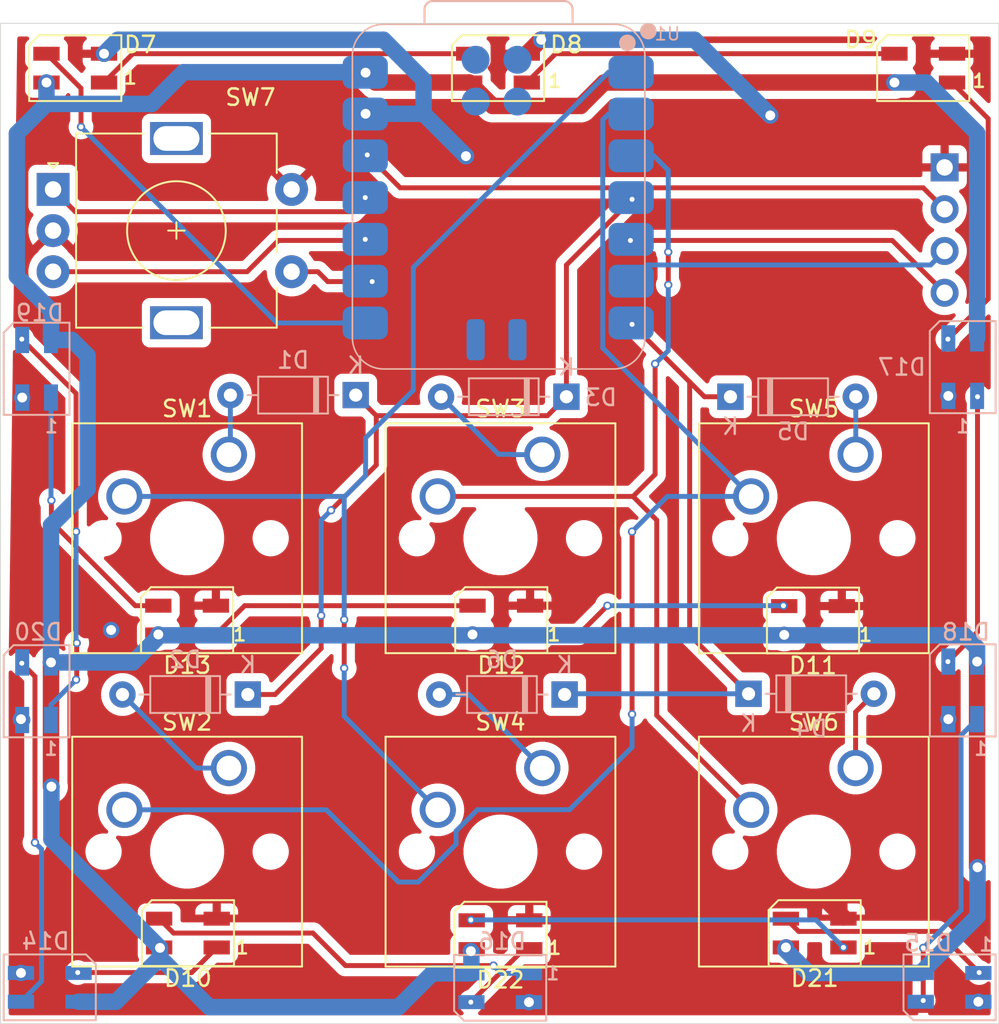
<source format=kicad_pcb>
(kicad_pcb (version 20241229) (generator "pcbnew") (generator_version "9.0")
  (layers (0 "F.Cu" signal) (2 "B.Cu" signal) (13 "F.Paste" user) (15 "B.Paste" user) (5 "F.SilkS" user "F.Silkscreen") (7 "B.SilkS" user "B.Silkscreen") (1 "F.Mask" user) (3 "B.Mask" user) (25 "Edge.Cuts" user))
  (net 0 "")
  (net 1 "ROW0")
  (net 2 "Net-(D1-A)")
  (net 3 "Net-(D2-A)")
  (net 4 "Net-(D3-A)")
  (net 5 "ROW1")
  (net 6 "Net-(D4-A)")
  (net 7 "Net-(D5-A)")
  (net 8 "Net-(D6-A)")
  (net 9 "LED")
  (net 10 "+5V")
  (net 11 "GND")
  (net 12 "Net-(D7-DOUT)")
  (net 13 "Net-(D8-DOUT)")
  (net 14 "Net-(D10-DIN)")
  (net 15 "Net-(D10-DOUT)")
  (net 16 "Net-(D17-DIN)")
  (net 17 "Net-(D14-DOUT)")
  (net 18 "Net-(D15-DOUT)")
  (net 19 "Net-(D11-DIN)")
  (net 20 "Net-(D17-DOUT)")
  (net 22 "Net-(D12-DIN)")
  (net 23 "Net-(D13-DIN)")
  (net 24 "Net-(D21-DOUT)")
  (net 25 "Net-(D15-DIN)")
  (net 26 "Net-(D16-DIN)")
  (net 27 "Net-(D19-DIN)")
  (net 28 "SCL")
  (net 29 "+3V3")
  (net 30 "SDA")
  (net 31 "COL0")
  (net 32 "COL1")
  (net 33 "COL2")
  (net 34 "ROT_SW")
  (net 35 "ROT_A")
  (net 36 "ROT_B")
  (footprint "Library:LED_SK6812MINI_PLCC4_3.5x3.5mm_P1.75mm" (layer "F.Cu") (at 149 84.3 180)
    (property "Reference" "D11" (at 0 -2.75 0) (layer "F.SilkS"))
    (property "Value" "SK6812MINI" (hide yes))
    (fp_text user "1" (at -3.2 -0.875 0) (layer "F.SilkS") (effects (font (size 0.8 0.8))))
    (pad "1" smd rect (at -1.75 -0.875 180) (size 1.6 0.85) (layers "F.Cu" "F.Mask" "F.Paste"))
    (pad "2" smd rect (at -1.75 0.875 180) (size 1.6 0.85) (layers "F.Cu" "F.Mask" "F.Paste") (net 11 "GND"))
    (pad "3" smd rect (at 1.75 0.875 180) (size 1.6 0.85) (layers "F.Cu" "F.Mask" "F.Paste") (net 19 "Net-(D11-DIN)"))
    (pad "4" smd rect (at 1.75 -0.875 180) (size 1.6 0.85) (layers "F.Cu" "F.Mask" "F.Paste") (net 10 "+5V"))
  )
  (footprint "Library:LED_SK6812MINI_PLCC4_3.5x3.5mm_P1.75mm" (layer "F.Cu") (at 149.1 103.3 180)
    (property "Reference" "D21" (at 0 -2.75 0) (layer "F.SilkS"))
    (property "Value" "SK6812MINI" (hide yes))
    (fp_text user "1" (at -3.35 -0.875 0) (layer "F.SilkS") (effects (font (size 0.8 0.8))))
    (pad "1" smd rect (at -1.75 -0.875 180) (size 1.6 0.85) (layers "F.Cu" "F.Mask" "F.Paste") (net 24 "Net-(D21-DOUT)"))
    (pad "2" smd rect (at -1.75 0.875 180) (size 1.6 0.85) (layers "F.Cu" "F.Mask" "F.Paste") (net 11 "GND"))
    (pad "3" smd rect (at 1.75 0.875 180) (size 1.6 0.85) (layers "F.Cu" "F.Mask" "F.Paste") (net 18 "Net-(D15-DOUT)"))
    (pad "4" smd rect (at 1.75 -0.875 180) (size 1.6 0.85) (layers "F.Cu" "F.Mask" "F.Paste") (net 10 "+5V"))
  )
  (footprint "Library:RotaryEncoder_Alps_EC11E-Switch_Vertical_H20mm" (layer "F.Cu") (at 102.8 58.1)
    (property "Reference" "SW7" (at 12 -5.6 0) (layer "F.SilkS"))
    (property "Value" "RotaryEncoder_Switch" (hide yes))
    (pad "A" thru_hole rect (at 0 0) (size 2 2) (drill 1) (layers "*.Cu" "*.Mask") (net 35 "ROT_A"))
    (pad "B" thru_hole circle (at 0 5) (size 2 2) (drill 1) (layers "*.Cu" "*.Mask") (net 36 "ROT_B"))
    (pad "C" thru_hole circle (at 0 2.5) (size 2 2) (drill 1) (layers "*.Cu" "*.Mask") (net 11 "GND"))
    (pad "MP" thru_hole rect (at 7.5 -3.1) (size 3.2 2) (drill oval 2.8 1.5) (layers "*.Cu" "*.Mask"))
    (pad "MP" thru_hole rect (at 7.5 8.1) (size 3.2 2) (drill oval 2.8 1.5) (layers "*.Cu" "*.Mask"))
    (pad "S1" thru_hole circle (at 14.5 5) (size 2 2) (drill 1) (layers "*.Cu" "*.Mask") (net 34 "ROT_SW"))
    (pad "S2" thru_hole circle (at 14.5 0) (size 2 2) (drill 1) (layers "*.Cu" "*.Mask") (net 11 "GND"))
  )
  (footprint "Library:LED_SK6812MINI_PLCC4_3.5x3.5mm_P1.75mm" (layer "F.Cu") (at 130.05 84.275 180)
    (property "Reference" "D12" (at 0 -2.75 0) (layer "F.SilkS"))
    (property "Value" "SK6812MINI" (hide yes))
    (fp_text user "1" (at -3.2 -0.875 0) (layer "F.SilkS") (effects (font (size 0.8 0.8))))
    (pad "1" smd rect (at -1.75 -0.875 180) (size 1.6 0.85) (layers "F.Cu" "F.Mask" "F.Paste") (net 19 "Net-(D11-DIN)"))
    (pad "2" smd rect (at -1.75 0.875 180) (size 1.6 0.85) (layers "F.Cu" "F.Mask" "F.Paste") (net 11 "GND"))
    (pad "3" smd rect (at 1.75 0.875 180) (size 1.6 0.85) (layers "F.Cu" "F.Mask" "F.Paste") (net 22 "Net-(D12-DIN)"))
    (pad "4" smd rect (at 1.75 -0.875 180) (size 1.6 0.85) (layers "F.Cu" "F.Mask" "F.Paste") (net 10 "+5V"))
  )
  (footprint "Library:LED_SK6812MINI_PLCC4_3.5x3.5mm_P1.75mm" (layer "F.Cu") (at 129.85 50.725 180)
    (property "Reference" "D8" (at -4.15 1.425 0) (layer "F.SilkS"))
    (property "Value" "SK6812MINI" (hide yes))
    (fp_text user "1" (at -3.45 -0.775 0) (layer "F.SilkS") (effects (font (size 0.8 0.8))))
    (pad "1" smd rect (at -1.75 -0.875 180) (size 1.6 0.85) (layers "F.Cu" "F.Mask" "F.Paste") (net 13 "Net-(D8-DOUT)"))
    (pad "2" smd rect (at -1.75 0.875 180) (size 1.6 0.85) (layers "F.Cu" "F.Mask" "F.Paste") (net 11 "GND"))
    (pad "3" smd rect (at 1.75 0.875 180) (size 1.6 0.85) (layers "F.Cu" "F.Mask" "F.Paste") (net 12 "Net-(D7-DOUT)"))
    (pad "4" smd rect (at 1.75 -0.875 180) (size 1.6 0.85) (layers "F.Cu" "F.Mask" "F.Paste") (net 10 "+5V"))
  )
  (footprint "Library:LED_SK6812MINI_PLCC4_3.5x3.5mm_P1.75mm" (layer "F.Cu") (at 155.7 50.725 180)
    (property "Reference" "D9" (at 3.8 1.725 0) (layer "F.SilkS"))
    (property "Value" "SK6812MINI" (hide yes))
    (fp_text user "1" (at -3.4 -0.775 0) (layer "F.SilkS") (effects (font (size 0.8 0.8))))
    (pad "1" smd rect (at -1.75 -0.875 180) (size 1.6 0.85) (layers "F.Cu" "F.Mask" "F.Paste") (net 16 "Net-(D17-DIN)"))
    (pad "2" smd rect (at -1.75 0.875 180) (size 1.6 0.85) (layers "F.Cu" "F.Mask" "F.Paste") (net 11 "GND"))
    (pad "3" smd rect (at 1.75 0.875 180) (size 1.6 0.85) (layers "F.Cu" "F.Mask" "F.Paste") (net 13 "Net-(D8-DOUT)"))
    (pad "4" smd rect (at 1.75 -0.875 180) (size 1.6 0.85) (layers "F.Cu" "F.Mask" "F.Paste") (net 10 "+5V"))
  )
  (footprint "Library:OLED_128x32" (layer "F.Cu") (at 158.6 66.56 180)
    (property "Reference" "J1" (hide yes))
    (property "Value" "OLED_128x32" (hide yes))
    (pad "1" thru_hole rect (at 1.6 9.8) (size 1.7 1.7) (drill 1) (layers "*.Cu" "*.Mask") (net 11 "GND"))
    (pad "2" thru_hole oval (at 1.6 7.26) (size 1.7 1.7) (drill 1) (layers "*.Cu" "*.Mask") (net 29 "+3V3"))
    (pad "3" thru_hole oval (at 1.6 4.72) (size 1.7 1.7) (drill 1) (layers "*.Cu" "*.Mask") (net 28 "SCL"))
    (pad "4" thru_hole oval (at 1.6 2.18) (size 1.7 1.7) (drill 1) (layers "*.Cu" "*.Mask") (net 30 "SDA"))
  )
  (footprint "Library:SW_Cherry_MX_1.00u_PCB" (layer "F.Cu") (at 151.59 74.22)
    (property "Reference" "SW5" (at -2.54 -2.794 0) (layer "F.SilkS"))
    (property "Value" "SW_Push" (hide yes))
    (pad "" np_thru_hole circle (at -7.62 5.08) (size 1.7 1.7) (drill 1.7) (layers "*.Cu" "*.Mask"))
    (pad "" np_thru_hole circle (at -2.54 5.08) (size 4 4) (drill 4) (layers "*.Cu" "*.Mask"))
    (pad "" np_thru_hole circle (at 2.54 5.08) (size 1.7 1.7) (drill 1.7) (layers "*.Cu" "*.Mask"))
    (pad "1" thru_hole circle (at 0 0) (size 2.2 2.2) (drill 1.5) (layers "*.Cu" "*.Mask") (net 7 "Net-(D5-A)"))
    (pad "2" thru_hole circle (at -6.35 2.54) (size 2.2 2.2) (drill 1.5) (layers "*.Cu" "*.Mask") (net 32 "COL1"))
  )
  (footprint "Library:LED_SK6812MINI_PLCC4_3.5x3.5mm_P1.75mm" (layer "F.Cu") (at 130 103.4 180)
    (property "Reference" "D22" (at 0 -2.75 0) (layer "F.SilkS"))
    (property "Value" "SK6812MINI" (hide yes))
    (fp_text user "1" (at -3.3 -0.8 0) (layer "F.SilkS") (effects (font (size 0.8 0.8))))
    (pad "1" smd rect (at -1.75 -0.875 180) (size 1.6 0.85) (layers "F.Cu" "F.Mask" "F.Paste") (net 26 "Net-(D16-DIN)"))
    (pad "2" smd rect (at -1.75 0.875 180) (size 1.6 0.85) (layers "F.Cu" "F.Mask" "F.Paste") (net 11 "GND"))
    (pad "3" smd rect (at 1.75 0.875 180) (size 1.6 0.85) (layers "F.Cu" "F.Mask" "F.Paste") (net 24 "Net-(D21-DOUT)"))
    (pad "4" smd rect (at 1.75 -0.875 180) (size 1.6 0.85) (layers "F.Cu" "F.Mask" "F.Paste") (net 10 "+5V"))
  )
  (footprint "Library:SW_Cherry_MX_1.00u_PCB" (layer "F.Cu") (at 151.59 93.27)
    (property "Reference" "SW6" (at -2.54 -2.794 0) (layer "F.SilkS"))
    (property "Value" "SW_Push" (hide yes))
    (pad "" np_thru_hole circle (at -7.62 5.08) (size 1.7 1.7) (drill 1.7) (layers "*.Cu" "*.Mask"))
    (pad "" np_thru_hole circle (at -2.54 5.08) (size 4 4) (drill 4) (layers "*.Cu" "*.Mask"))
    (pad "" np_thru_hole circle (at 2.54 5.08) (size 1.7 1.7) (drill 1.7) (layers "*.Cu" "*.Mask"))
    (pad "1" thru_hole circle (at 0 0) (size 2.2 2.2) (drill 1.5) (layers "*.Cu" "*.Mask") (net 6 "Net-(D4-A)"))
    (pad "2" thru_hole circle (at -6.35 2.54) (size 2.2 2.2) (drill 1.5) (layers "*.Cu" "*.Mask") (net 33 "COL2"))
  )
  (footprint "Library:SW_Cherry_MX_1.00u_PCB" (layer "F.Cu") (at 113.49 93.27)
    (property "Reference" "SW2" (at -2.54 -2.794 0) (layer "F.SilkS"))
    (property "Value" "SW_Push" (hide yes))
    (pad "" np_thru_hole circle (at -7.62 5.08) (size 1.7 1.7) (drill 1.7) (layers "*.Cu" "*.Mask"))
    (pad "" np_thru_hole circle (at -2.54 5.08) (size 4 4) (drill 4) (layers "*.Cu" "*.Mask"))
    (pad "" np_thru_hole circle (at 2.54 5.08) (size 1.7 1.7) (drill 1.7) (layers "*.Cu" "*.Mask"))
    (pad "1" thru_hole circle (at 0 0) (size 2.2 2.2) (drill 1.5) (layers "*.Cu" "*.Mask") (net 3 "Net-(D2-A)"))
    (pad "2" thru_hole circle (at -6.35 2.54) (size 2.2 2.2) (drill 1.5) (layers "*.Cu" "*.Mask") (net 32 "COL1"))
  )
  (footprint "Library:LED_SK6812MINI_PLCC4_3.5x3.5mm_P1.75mm" (layer "F.Cu") (at 111 103.3 180)
    (property "Reference" "D10" (at 0 -2.75 0) (layer "F.SilkS"))
    (property "Value" "SK6812MINI" (hide yes))
    (fp_text user "1" (at -3.3 -0.875 0) (layer "F.SilkS") (effects (font (size 0.8 0.8))))
    (pad "1" smd rect (at -1.75 -0.875 180) (size 1.6 0.85) (layers "F.Cu" "F.Mask" "F.Paste") (net 15 "Net-(D10-DOUT)"))
    (pad "2" smd rect (at -1.75 0.875 180) (size 1.6 0.85) (layers "F.Cu" "F.Mask" "F.Paste") (net 11 "GND"))
    (pad "3" smd rect (at 1.75 0.875 180) (size 1.6 0.85) (layers "F.Cu" "F.Mask" "F.Paste") (net 14 "Net-(D10-DIN)"))
    (pad "4" smd rect (at 1.75 -0.875 180) (size 1.6 0.85) (layers "F.Cu" "F.Mask" "F.Paste") (net 10 "+5V"))
  )
  (footprint "Library:SW_Cherry_MX_1.00u_PCB" (layer "F.Cu") (at 113.49 74.22)
    (property "Reference" "SW1" (at -2.54 -2.794 0) (layer "F.SilkS"))
    (property "Value" "SW_Push" (hide yes))
    (pad "" np_thru_hole circle (at -7.62 5.08) (size 1.7 1.7) (drill 1.7) (layers "*.Cu" "*.Mask"))
    (pad "" np_thru_hole circle (at -2.54 5.08) (size 4 4) (drill 4) (layers "*.Cu" "*.Mask"))
    (pad "" np_thru_hole circle (at 2.54 5.08) (size 1.7 1.7) (drill 1.7) (layers "*.Cu" "*.Mask"))
    (pad "1" thru_hole circle (at 0 0) (size 2.2 2.2) (drill 1.5) (layers "*.Cu" "*.Mask") (net 2 "Net-(D1-A)"))
    (pad "2" thru_hole circle (at -6.35 2.54) (size 2.2 2.2) (drill 1.5) (layers "*.Cu" "*.Mask") (net 31 "COL0"))
  )
  (footprint "Library:LED_SK6812MINI_PLCC4_3.5x3.5mm_P1.75mm" (layer "F.Cu") (at 104.15 50.725 180)
    (property "Reference" "D7" (at -3.95 1.425 0) (layer "F.SilkS"))
    (property "Value" "SK6812MINI" (hide yes))
    (fp_text user "1" (at -3.35 -0.575 0) (layer "F.SilkS") (effects (font (size 0.8 0.8))))
    (pad "1" smd rect (at -1.75 -0.875 180) (size 1.6 0.85) (layers "F.Cu" "F.Mask" "F.Paste") (net 12 "Net-(D7-DOUT)"))
    (pad "2" smd rect (at -1.75 0.875 180) (size 1.6 0.85) (layers "F.Cu" "F.Mask" "F.Paste") (net 11 "GND"))
    (pad "3" smd rect (at 1.75 0.875 180) (size 1.6 0.85) (layers "F.Cu" "F.Mask" "F.Paste") (net 9 "LED"))
    (pad "4" smd rect (at 1.75 -0.875 180) (size 1.6 0.85) (layers "F.Cu" "F.Mask" "F.Paste") (net 10 "+5V"))
  )
  (footprint "Library:LED_SK6812MINI_PLCC4_3.5x3.5mm_P1.75mm" (layer "F.Cu") (at 110.95 84.275 180)
    (property "Reference" "D13" (at 0 -2.75 0) (layer "F.SilkS"))
    (property "Value" "SK6812MINI" (hide yes))
    (fp_text user "1" (at -3.2 -0.875 0) (layer "F.SilkS") (effects (font (size 0.8 0.8))))
    (pad "1" smd rect (at -1.75 -0.875 180) (size 1.6 0.85) (layers "F.Cu" "F.Mask" "F.Paste") (net 22 "Net-(D12-DIN)"))
    (pad "2" smd rect (at -1.75 0.875 180) (size 1.6 0.85) (layers "F.Cu" "F.Mask" "F.Paste") (net 11 "GND"))
    (pad "3" smd rect (at 1.75 0.875 180) (size 1.6 0.85) (layers "F.Cu" "F.Mask" "F.Paste") (net 23 "Net-(D13-DIN)"))
    (pad "4" smd rect (at 1.75 -0.875 180) (size 1.6 0.85) (layers "F.Cu" "F.Mask" "F.Paste") (net 10 "+5V"))
  )
  (footprint "Library:SW_Cherry_MX_1.00u_PCB" (layer "F.Cu") (at 132.54 93.27)
    (property "Reference" "SW4" (at -2.54 -2.794 0) (layer "F.SilkS"))
    (property "Value" "SW_Push" (hide yes))
    (pad "" np_thru_hole circle (at -7.62 5.08) (size 1.7 1.7) (drill 1.7) (layers "*.Cu" "*.Mask"))
    (pad "" np_thru_hole circle (at -2.54 5.08) (size 4 4) (drill 4) (layers "*.Cu" "*.Mask"))
    (pad "" np_thru_hole circle (at 2.54 5.08) (size 1.7 1.7) (drill 1.7) (layers "*.Cu" "*.Mask"))
    (pad "1" thru_hole circle (at 0 0) (size 2.2 2.2) (drill 1.5) (layers "*.Cu" "*.Mask") (net 8 "Net-(D6-A)"))
    (pad "2" thru_hole circle (at -6.35 2.54) (size 2.2 2.2) (drill 1.5) (layers "*.Cu" "*.Mask") (net 31 "COL0"))
  )
  (footprint "Library:SW_Cherry_MX_1.00u_PCB" (layer "F.Cu") (at 132.54 74.22)
    (property "Reference" "SW3" (at -2.54 -2.794 0) (layer "F.SilkS"))
    (property "Value" "SW_Push")
    (pad "" np_thru_hole circle (at -7.62 5.08) (size 1.7 1.7) (drill 1.7) (layers "*.Cu" "*.Mask"))
    (pad "" np_thru_hole circle (at -2.54 5.08) (size 4 4) (drill 4) (layers "*.Cu" "*.Mask"))
    (pad "" np_thru_hole circle (at 2.54 5.08) (size 1.7 1.7) (drill 1.7) (layers "*.Cu" "*.Mask"))
    (pad "1" thru_hole circle (at 0 0) (size 2.2 2.2) (drill 1.5) (layers "*.Cu" "*.Mask") (net 4 "Net-(D3-A)"))
    (pad "2" thru_hole circle (at -6.35 2.54) (size 2.2 2.2) (drill 1.5) (layers "*.Cu" "*.Mask") (net 33 "COL2"))
  )
  (footprint "Library:LED_SK6812MINI_PLCC4_3.5x3.5mm_P1.75mm" (layer "B.Cu") (at 102.6 106.6)
    (property "Reference" "D14" (at -0.25 -2.8 0) (layer "B.SilkS") (effects (justify mirror)))
    (property "Value" "SK6812MINI" (hide yes))
    (pad "1" smd rect (at -1.75 0.875) (size 1.6 0.85) (layers "B.Cu" "B.Mask" "B.Paste") (net 17 "Net-(D14-DOUT)"))
    (pad "2" smd rect (at -1.75 -0.875) (size 1.6 0.85) (layers "B.Cu" "B.Mask" "B.Paste") (net 11 "GND"))
    (pad "3" smd rect (at 1.75 -0.875) (size 1.6 0.85) (layers "B.Cu" "B.Mask" "B.Paste") (net 15 "Net-(D10-DOUT)"))
    (pad "4" smd rect (at 1.75 0.875) (size 1.6 0.85) (layers "B.Cu" "B.Mask" "B.Paste") (net 10 "+5V"))
  )
  (footprint "Library:LED_SK6812MINI_PLCC4_3.5x3.5mm_P1.75mm" (layer "B.Cu") (at 158.1 68.9 90)
    (property "Reference" "D17" (at 0 -3.7 180) (layer "B.SilkS") (effects (justify mirror)))
    (property "Value" "SK6812MINI" (hide yes))
    (fp_text user "1" (at -3.6 0 0) (layer "B.SilkS") (effects (font (size 0.8 0.8)) (justify mirror)))
    (pad "1" smd rect (at -1.75 0.875 90) (size 1.6 0.85) (layers "B.Cu" "B.Mask" "B.Paste") (net 20 "Net-(D17-DOUT)"))
    (pad "2" smd rect (at -1.75 -0.875 90) (size 1.6 0.85) (layers "B.Cu" "B.Mask" "B.Paste") (net 11 "GND"))
    (pad "3" smd rect (at 1.75 -0.875 90) (size 1.6 0.85) (layers "B.Cu" "B.Mask" "B.Paste") (net 16 "Net-(D17-DIN)"))
    (pad "4" smd rect (at 1.75 0.875 90) (size 1.6 0.85) (layers "B.Cu" "B.Mask" "B.Paste") (net 10 "+5V"))
  )
  (footprint "Library:XIAO-RP2040-SMD" (layer "B.Cu") (at 129.94325 58.59425 180)
    (property "Reference" "U1" (at -11.05675 9.49425 0) (layer "B.SilkS") (effects (font (size 0.78232 0.78232) (thickness 0.10668)) (justify left bottom mirror)))
    (property "Value" "XIAO-RP2040-DIP")
    (pad "1" smd roundrect (at -8 7.62 180) (size 2.75 2) (layers "B.Cu" "B.Mask" "B.Paste") (net 31 "COL0"))
    (pad "2" smd roundrect (at -8 5.08 180) (size 2.75 2) (layers "B.Cu" "B.Mask" "B.Paste") (net 32 "COL1"))
    (pad "3" smd roundrect (at -8 2.54 180) (size 2.75 2) (layers "B.Cu" "B.Mask" "B.Paste") (net 33 "COL2"))
    (pad "4" smd roundrect (at -8 0 180) (size 2.75 2) (layers "B.Cu" "B.Mask" "B.Paste") (net 1 "ROW0"))
    (pad "5" smd roundrect (at -8 -2.54 180) (size 2.75 2) (layers "B.Cu" "B.Mask" "B.Paste") (net 30 "SDA"))
    (pad "6" smd roundrect (at -8 -5.08 180) (size 2.75 2) (layers "B.Cu" "B.Mask" "B.Paste") (net 28 "SCL"))
    (pad "7" smd roundrect (at -8 -7.62 180) (size 2.75 2) (layers "B.Cu" "B.Mask" "B.Paste") (net 5 "ROW1"))
    (pad "8" smd roundrect (at 8.165 -7.62 180) (size 2.75 2) (layers "B.Cu" "B.Mask" "B.Paste") (net 9 "LED"))
    (pad "9" smd roundrect (at 8.165 -5.08 180) (size 2.75 2) (layers "B.Cu" "B.Mask" "B.Paste") (net 34 "ROT_SW"))
    (pad "10" smd roundrect (at 8.165 -2.54 180) (size 2.75 2) (layers "B.Cu" "B.Mask" "B.Paste") (net 36 "ROT_B"))
    (pad "11" smd roundrect (at 8.165 0 180) (size 2.75 2) (layers "B.Cu" "B.Mask" "B.Paste") (net 35 "ROT_A"))
    (pad "12" smd roundrect (at 8.165 2.54 180) (size 2.75 2) (layers "B.Cu" "B.Mask" "B.Paste") (net 29 "+3V3"))
    (pad "13" smd roundrect (at 8.165 5.08 180) (size 2.75 2) (layers "B.Cu" "B.Mask" "B.Paste") (net 11 "GND"))
    (pad "14" smd roundrect (at 8.165 7.62 180) (size 2.75 2) (layers "B.Cu" "B.Mask" "B.Paste") (net 10 "+5V"))
    (pad "15" smd roundrect (at -1.088 -8.64 270) (size 2.5 1.1) (layers "B.Cu" "B.Mask" "B.Paste"))
    (pad "16" smd roundrect (at 1.452 -8.64 270) (size 2.5 1.1) (layers "B.Cu" "B.Mask" "B.Paste"))
    (pad "17" smd circle (at -1.088 8.378 180) (size 1.7 1.7) (layers "B.Cu" "B.Mask" "B.Paste"))
    (pad "18" smd circle (at 1.452 8.378 180) (size 1.7 1.7) (layers "B.Cu" "B.Mask" "B.Paste"))
    (pad "19" smd circle (at -1.088 5.838 180) (size 1.7 1.7) (layers "B.Cu" "B.Mask" "B.Paste"))
    (pad "20" smd circle (at 1.452 5.838 180) (size 1.7 1.7) (layers "B.Cu" "B.Mask" "B.Paste"))
  )
  (footprint "Library:D_DO-35_SOD27_P7.62mm_Horizontal" (layer "B.Cu") (at 145.08 88.75625)
    (property "Reference" "D4" (at 3.81 2.12 0) (layer "B.SilkS") (effects (justify mirror)))
    (property "Value" "1N4148" (hide yes))
    (fp_text user "K" (at 0 1.8 0) (layer "B.SilkS") (effects (justify mirror)))
    (pad "1" thru_hole rect (at 0 0) (size 1.6 1.6) (drill 0.8) (layers "*.Cu" "*.Mask") (net 5 "ROW1"))
    (pad "2" thru_hole oval (at 7.62 0) (size 1.6 1.6) (drill 0.8) (layers "*.Cu" "*.Mask") (net 6 "Net-(D4-A)"))
  )
  (footprint "Library:LED_SK6812MINI_PLCC4_3.5x3.5mm_P1.75mm" (layer "B.Cu") (at 158.1 88.55 90)
    (property "Reference" "D18" (at 3.55 0.2 180) (layer "B.SilkS") (effects (justify mirror)))
    (property "Value" "SK6812MINI" (hide yes))
    (fp_text user "1" (at -3.55 1.1 0) (layer "B.SilkS") (effects (font (size 0.8 0.8)) (justify mirror)))
    (pad "1" smd rect (at -1.75 0.875 90) (size 1.6 0.85) (layers "B.Cu" "B.Mask" "B.Paste") (net 25 "Net-(D15-DIN)"))
    (pad "2" smd rect (at -1.75 -0.875 90) (size 1.6 0.85) (layers "B.Cu" "B.Mask" "B.Paste") (net 11 "GND"))
    (pad "3" smd rect (at 1.75 -0.875 90) (size 1.6 0.85) (layers "B.Cu" "B.Mask" "B.Paste") (net 20 "Net-(D17-DOUT)"))
    (pad "4" smd rect (at 1.75 0.875 90) (size 1.6 0.85) (layers "B.Cu" "B.Mask" "B.Paste") (net 10 "+5V"))
  )
  (footprint "Library:LED_SK6812MINI_PLCC4_3.5x3.5mm_P1.75mm" (layer "B.Cu") (at 129.98125 106.625 180)
    (property "Reference" "D16" (at -0.11875 2.825 0) (layer "B.SilkS") (effects (justify mirror)))
    (property "Value" "SK6812MINI" (hide yes))
    (fp_text user "1" (at -3.2 0.875 0) (layer "B.SilkS") (effects (font (size 0.8 0.8)) (justify mirror)))
    (pad "1" smd rect (at -1.75 0.875 180) (size 1.6 0.85) (layers "B.Cu" "B.Mask" "B.Paste") (net 14 "Net-(D10-DIN)"))
    (pad "2" smd rect (at -1.75 -0.875 180) (size 1.6 0.85) (layers "B.Cu" "B.Mask" "B.Paste") (net 11 "GND"))
    (pad "3" smd rect (at 1.75 -0.875 180) (size 1.6 0.85) (layers "B.Cu" "B.Mask" "B.Paste") (net 26 "Net-(D16-DIN)"))
    (pad "4" smd rect (at 1.75 0.875 180) (size 1.6 0.85) (layers "B.Cu" "B.Mask" "B.Paste") (net 10 "+5V"))
  )
  (footprint "Library:D_DO-35_SOD27_P7.62mm_Horizontal" (layer "B.Cu") (at 133.9 88.8 180)
    (property "Reference" "D6" (at 3.81 2.12 0) (layer "B.SilkS") (effects (justify mirror)))
    (property "Value" "1N4148" (hide yes))
    (fp_text user "K" (at 0 1.8 0) (layer "B.SilkS") (effects (justify mirror)))
    (pad "1" thru_hole rect (at 0 0 180) (size 1.6 1.6) (drill 0.8) (layers "*.Cu" "*.Mask") (net 5 "ROW1"))
    (pad "2" thru_hole oval (at 7.62 0 180) (size 1.6 1.6) (drill 0.8) (layers "*.Cu" "*.Mask") (net 8 "Net-(D6-A)"))
  )
  (footprint "Library:D_DO-35_SOD27_P7.62mm_Horizontal" (layer "B.Cu") (at 114.64125 88.8 180)
    (property "Reference" "D2" (at 3.81 2.12 0) (layer "B.SilkS") (effects (justify mirror)))
    (property "Value" "1N4148" (hide yes))
    (fp_text user "K" (at 0 1.8 0) (layer "B.SilkS") (effects (justify mirror)))
    (pad "1" thru_hole rect (at 0 0 180) (size 1.6 1.6) (drill 0.8) (layers "*.Cu" "*.Mask") (net 1 "ROW0"))
    (pad "2" thru_hole oval (at 7.62 0 180) (size 1.6 1.6) (drill 0.8) (layers "*.Cu" "*.Mask") (net 3 "Net-(D2-A)"))
  )
  (footprint "Library:LED_SK6812MINI_PLCC4_3.5x3.5mm_P1.75mm" (layer "B.Cu") (at 101.8 69 90)
    (property "Reference" "D19" (at 3.4 0.2 180) (layer "B.SilkS") (effects (justify mirror)))
    (property "Value" "SK6812MINI" (hide yes))
    (fp_text user "1" (at -3.5 0.9 0) (layer "B.SilkS") (effects (font (size 0.8 0.8)) (justify mirror)))
    (pad "1" smd rect (at -1.75 0.875 90) (size 1.6 0.85) (layers "B.Cu" "B.Mask" "B.Paste") (net 23 "Net-(D13-DIN)"))
    (pad "2" smd rect (at -1.75 -0.875 90) (size 1.6 0.85) (layers "B.Cu" "B.Mask" "B.Paste") (net 11 "GND"))
    (pad "3" smd rect (at 1.75 -0.875 90) (size 1.6 0.85) (layers "B.Cu" "B.Mask" "B.Paste") (net 27 "Net-(D19-DIN)"))
    (pad "4" smd rect (at 1.75 0.875 90) (size 1.6 0.85) (layers "B.Cu" "B.Mask" "B.Paste") (net 10 "+5V"))
  )
  (footprint "Library:LED_SK6812MINI_PLCC4_3.5x3.5mm_P1.75mm" (layer "B.Cu") (at 101.8 88.6 90)
    (property "Reference" "D20" (at 3.6 0.1 180) (layer "B.SilkS") (effects (justify mirror)))
    (property "Value" "SK6812MINI" (hide yes))
    (fp_text user "1" (at -3.5 0.875 0) (layer "B.SilkS") (effects (font (size 0.8 0.8)) (justify mirror)))
    (pad "1" smd rect (at -1.75 0.875 90) (size 1.6 0.85) (layers "B.Cu" "B.Mask" "B.Paste") (net 27 "Net-(D19-DIN)"))
    (pad "2" smd rect (at -1.75 -0.875 90) (size 1.6 0.85) (layers "B.Cu" "B.Mask" "B.Paste") (net 11 "GND"))
    (pad "3" smd rect (at 1.75 -0.875 90) (size 1.6 0.85) (layers "B.Cu" "B.Mask" "B.Paste") (net 17 "Net-(D14-DOUT)"))
    (pad "4" smd rect (at 1.75 0.875 90) (size 1.6 0.85) (layers "B.Cu" "B.Mask" "B.Paste") (net 10 "+5V"))
  )
  (footprint "Library:LED_SK6812MINI_PLCC4_3.5x3.5mm_P1.75mm" (layer "B.Cu") (at 157.3 106.6 180)
    (property "Reference" "D15" (at 1.3 2.7 0) (layer "B.SilkS") (effects (justify mirror)))
    (property "Value" "SK6812MINI" (hide yes))
    (fp_text user "1" (at -2.2 2.6 0) (layer "B.SilkS") (effects (font (size 0.8 0.8)) (justify mirror)))
    (pad "1" smd rect (at -1.75 0.875 180) (size 1.6 0.85) (layers "B.Cu" "B.Mask" "B.Paste") (net 18 "Net-(D15-DOUT)"))
    (pad "2" smd rect (at -1.75 -0.875 180) (size 1.6 0.85) (layers "B.Cu" "B.Mask" "B.Paste") (net 11 "GND"))
    (pad "3" smd rect (at 1.75 -0.875 180) (size 1.6 0.85) (layers "B.Cu" "B.Mask" "B.Paste") (net 25 "Net-(D15-DIN)"))
    (pad "4" smd rect (at 1.75 0.875 180) (size 1.6 0.85) (layers "B.Cu" "B.Mask" "B.Paste") (net 10 "+5V"))
  )
  (footprint "Library:D_DO-35_SOD27_P7.62mm_Horizontal" (layer "B.Cu") (at 143.98 70.7)
    (property "Reference" "D5" (at 3.81 2.12 0) (layer "B.SilkS") (effects (justify mirror)))
    (property "Value" "1N4148" (hide yes))
    (fp_text user "K" (at 0 1.8 0) (layer "B.SilkS") (effects (justify mirror)))
    (pad "1" thru_hole rect (at 0 0) (size 1.6 1.6) (drill 0.8) (layers "*.Cu" "*.Mask") (net 5 "ROW1"))
    (pad "2" thru_hole oval (at 7.62 0) (size 1.6 1.6) (drill 0.8) (layers "*.Cu" "*.Mask") (net 7 "Net-(D5-A)"))
  )
  (footprint "Library:D_DO-35_SOD27_P7.62mm_Horizontal" (layer "B.Cu") (at 134.01 70.7 180)
    (property "Reference" "D3" (at -2.09 -0.04375 0) (layer "B.SilkS") (effects (justify mirror)))
    (property "Value" "1N4148" (hide yes))
    (fp_text user "K" (at 0 1.8 0) (layer "B.SilkS") (effects (justify mirror)))
    (pad "1" thru_hole rect (at 0 0 180) (size 1.6 1.6) (drill 0.8) (layers "*.Cu" "*.Mask") (net 1 "ROW0"))
    (pad "2" thru_hole oval (at 7.62 0 180) (size 1.6 1.6) (drill 0.8) (layers "*.Cu" "*.Mask") (net 4 "Net-(D3-A)"))
  )
  (footprint "Library:D_DO-35_SOD27_P7.62mm_Horizontal" (layer "B.Cu") (at 121.2 70.6 180)
    (property "Reference" "D1" (at 3.81 2.12 0) (layer "B.SilkS") (effects (justify mirror)))
    (property "Value" "1N4148" (hide yes))
    (fp_text user "K" (at 0 1.8 0) (layer "B.SilkS") (effects (justify mirror)))
    (pad "1" thru_hole rect (at 0 0 180) (size 1.6 1.6) (drill 0.8) (layers "*.Cu" "*.Mask") (net 1 "ROW0"))
    (pad "2" thru_hole oval (at 7.62 0 180) (size 1.6 1.6) (drill 0.8) (layers "*.Cu" "*.Mask") (net 2 "Net-(D1-A)"))
  )
  (gr_rect (start 99.6 48) (end 160.3 108.8) (stroke (width 0.05)) (fill no) (layer "Edge.Cuts"))
  (segment (start 119.7 77.6) (end 122.451 74.849) (width 0.3) (layer "F.Cu") (net 1))
  (segment (start 121.2 70.6) (end 122.451 71.851) (width 0.3) (layer "F.Cu") (net 1))
  (segment (start 116.3 88.8) (end 119.1 86) (width 0.3) (layer "F.Cu") (net 1))
  (segment (start 132.859 71.851) (end 134.01 70.7) (width 0.3) (layer "F.Cu") (net 1))
  (segment (start 138 58.7) (end 134.01 62.69) (width 0.3) (layer "F.Cu") (net 1))
  (segment (start 119.1 86) (end 119.1 84) (width 0.3) (layer "F.Cu") (net 1))
  (segment (start 114.64125 88.8) (end 116.3 88.8) (width 0.3) (layer "F.Cu") (net 1))
  (segment (start 122.451 71.851) (end 132.859 71.851) (width 0.3) (layer "F.Cu") (net 1))
  (segment (start 122.451 74.849) (end 122.451 71.851) (width 0.3) (layer "F.Cu") (net 1))
  (segment (start 134.01 62.69) (end 134.01 70.7) (width 0.3) (layer "F.Cu") (net 1))
  (via (at 138 58.7) (size 0.5) (drill 0.3) (layers "F.Cu" "B.Cu") (net 1))
  (via (at 119.1 84) (size 0.5) (drill 0.3) (layers "F.Cu" "B.Cu") (net 1))
  (via (at 119.7 77.6) (size 0.5) (drill 0.3) (layers "F.Cu" "B.Cu") (net 1))
  (segment (start 137.94325 58.64325) (end 138 58.7) (width 0.3) (layer "B.Cu") (net 1))
  (segment (start 119.1 78.2) (end 119.7 77.6) (width 0.3) (layer "B.Cu") (net 1))
  (segment (start 119.1 84) (end 119.1 78.2) (width 0.3) (layer "B.Cu") (net 1))
  (segment (start 137.94325 58.59425) (end 137.94325 58.64325) (width 0.3) (layer "B.Cu") (net 1))
  (segment (start 113.58 74.13) (end 113.49 74.22) (width 0.3) (layer "B.Cu") (net 2))
  (segment (start 113.58 70.6) (end 113.58 74.13) (width 0.3) (layer "B.Cu") (net 2))
  (segment (start 113.49 93.27) (end 111.49125 93.27) (width 0.3) (layer "B.Cu") (net 3))
  (segment (start 111.49125 93.27) (end 107.02125 88.8) (width 0.3) (layer "B.Cu") (net 3))
  (segment (start 126.39 70.7) (end 129.89 74.2) (width 0.3) (layer "B.Cu") (net 4))
  (segment (start 130.7 74.2) (end 130.72 74.22) (width 0.3) (layer "B.Cu") (net 4))
  (segment (start 129.89 74.2) (end 130.7 74.2) (width 0.3) (layer "B.Cu") (net 4))
  (segment (start 130.72 74.22) (end 132.54 74.22) (width 0.3) (layer "B.Cu") (net 4))
  (segment (start 142.4 70.7) (end 141.501 69.801) (width 0.3) (layer "F.Cu") (net 5))
  (segment (start 141.501 69.801) (end 141.501 85.17725) (width 0.3) (layer "F.Cu") (net 5))
  (segment (start 138 66.3) (end 141.501 69.801) (width 0.3) (layer "F.Cu") (net 5))
  (segment (start 141.501 85.17725) (end 145.08 88.75625) (width 0.3) (layer "F.Cu") (net 5))
  (segment (start 143.98 70.7) (end 142.4 70.7) (width 0.3) (layer "F.Cu") (net 5))
  (via (at 138 66.3) (size 0.5) (drill 0.3) (layers "F.Cu" "B.Cu") (net 5))
  (segment (start 133.94375 88.75625) (end 133.9 88.8) (width 0.3) (layer "B.Cu") (net 5))
  (segment (start 145.08 88.75625) (end 133.94375 88.75625) (width 0.3) (layer "B.Cu") (net 5))
  (segment (start 151.59 93.27) (end 151.59 89.86625) (width 0.3) (layer "F.Cu") (net 6))
  (segment (start 151.59 89.86625) (end 152.7 88.75625) (width 0.3) (layer "F.Cu") (net 6))
  (segment (start 151.31 73.94) (end 151.59 74.22) (width 0.3) (layer "B.Cu") (net 7))
  (segment (start 151.6 74.21) (end 151.59 74.22) (width 0.3) (layer "B.Cu") (net 7))
  (segment (start 151.6 70.7) (end 151.6 74.21) (width 0.3) (layer "B.Cu") (net 7))
  (segment (start 128.07 88.8) (end 132.54 93.27) (width 0.3) (layer "B.Cu") (net 8))
  (segment (start 126.28 88.8) (end 128.07 88.8) (width 0.3) (layer "B.Cu") (net 8))
  (segment (start 104.5 54.3) (end 104.5 51.95) (width 0.3) (layer "F.Cu") (net 9))
  (segment (start 104.5 51.95) (end 102.4 49.85) (width 0.3) (layer "F.Cu") (net 9))
  (via (at 104.5 54.3) (size 0.5) (drill 0.3) (layers "F.Cu" "B.Cu") (net 9))
  (segment (start 116.41425 66.21425) (end 104.5 54.3) (width 0.3) (layer "B.Cu") (net 9))
  (segment (start 121.77825 66.21425) (end 116.41425 66.21425) (width 0.3) (layer "B.Cu") (net 9))
  (segment (start 128.1 51.6) (end 122.4 51.6) (width 1) (layer "F.Cu") (net 10))
  (segment (start 147.35 104.175) (end 147.375 104.175) (width 1) (layer "F.Cu") (net 10))
  (segment (start 109.25 104.175) (end 109.275 104.175) (width 1) (layer "F.Cu") (net 10))
  (segment (start 102.675 94.375) (end 102.7 94.4) (width 1) (layer "F.Cu") (net 10))
  (segment (start 158.975 86.8) (end 158.975 99.275) (width 1) (layer "F.Cu") (net 10))
  (segment (start 147.375 104.175) (end 147.4 104.2) (width 1) (layer "F.Cu") (net 10))
  (segment (start 109.275 104.175) (end 109.3 104.2) (width 1) (layer "F.Cu") (net 10))
  (segment (start 153.95 51.6) (end 136.3 51.6) (width 1) (layer "F.Cu") (net 10))
  (segment (start 128.1 51.6) (end 129.525 53.025) (width 1) (layer "F.Cu") (net 10))
  (segment (start 122.4 51.6) (end 121.8 51) (width 1) (layer "F.Cu") (net 10))
  (segment (start 102.675 86.85) (end 102.675 94.375) (width 1) (layer "F.Cu") (net 10))
  (segment (start 134.875 53.025) (end 136.3 51.6) (width 1) (layer "F.Cu") (net 10))
  (segment (start 158.975 99.275) (end 159 99.3) (width 1) (layer "F.Cu") (net 10))
  (segment (start 129.525 53.025) (end 134.875 53.025) (width 1) (layer "F.Cu") (net 10))
  (via (at 102.675 86.85) (size 1) (drill 0.6) (layers "F.Cu" "B.Cu") (net 10))
  (via (at 128.2 104.4) (size 1) (drill 0.6) (layers "F.Cu" "B.Cu") (net 10))
  (via (at 109.2 85.15) (size 1) (drill 0.6) (layers "F.Cu" "B.Cu") (net 10))
  (via (at 153.95 51.6) (size 1) (drill 0.6) (layers "F.Cu" "B.Cu") (net 10))
  (via (at 102.4 51.6) (size 1) (drill 0.6) (layers "F.Cu" "B.Cu") (net 10))
  (via (at 109.3 104.2) (size 1) (drill 0.6) (layers "F.Cu" "B.Cu") (net 10))
  (via (at 147.25 85.175) (size 1) (drill 0.6) (layers "F.Cu" "B.Cu") (net 10))
  (via (at 158.975 86.8) (size 1) (drill 0.6) (layers "F.Cu" "B.Cu") (net 10))
  (via (at 159 99.3) (size 1) (drill 0.6) (layers "F.Cu" "B.Cu") (net 10))
  (via (at 102.7 94.4) (size 1) (drill 0.6) (layers "F.Cu" "B.Cu") (net 10))
  (via (at 121.8 51) (size 1) (drill 0.6) (layers "F.Cu" "B.Cu") (net 10))
  (via (at 147.35 104.175) (size 1) (drill 0.6) (layers "F.Cu" "B.Cu") (net 10))
  (via (at 128.3 85.15) (size 1) (drill 0.6) (layers "F.Cu" "B.Cu") (net 10))
  (segment (start 102.675 78.525) (end 102.675 86.85) (width 1) (layer "B.Cu") (net 10))
  (segment (start 104.9 68.2) (end 104.9 76.3) (width 1) (layer "B.Cu") (net 10))
  (segment (start 102.675 65.45) (end 102.675 67.25) (width 1) (layer "B.Cu") (net 10))
  (segment (start 112.299 107.799) (end 123.8 107.799) (width 1) (layer "B.Cu") (net 10))
  (segment (start 108.8 52.9) (end 102.4 52.9) (width 1) (layer "B.Cu") (net 10))
  (segment (start 100.601 63.376) (end 102.675 65.45) (width 1) (layer "B.Cu") (net 10))
  (segment (start 102.675 86.85) (end 107.65 86.85) (width 1) (layer "B.Cu") (net 10))
  (segment (start 158.2 85.2) (end 158.975 85.975) (width 1) (layer "B.Cu") (net 10))
  (segment (start 158.975 54.675) (end 158.975 67.15) (width 1) (layer "B.Cu") (net 10))
  (segment (start 102.4 52.9) (end 102.4 51.6) (width 1) (layer "B.Cu") (net 10))
  (segment (start 104.9 76.3) (end 102.675 78.525) (width 1) (layer "B.Cu") (net 10))
  (segment (start 155.55 105.725) (end 148.725 105.725) (width 1) (layer "B.Cu") (net 10))
  (segment (start 158.975 85.975) (end 158.975 86.8) (width 1) (layer "B.Cu") (net 10))
  (segment (start 100.601 54.699) (end 100.601 63.376) (width 1) (layer "B.Cu") (net 10))
  (segment (start 102.7 97.6) (end 109.3 104.2) (width 1) (layer "B.Cu") (net 10))
  (segment (start 102.4 52.9) (end 100.601 54.699) (width 1) (layer "B.Cu") (net 10))
  (segment (start 109.3 104.8) (end 106.625 107.475) (width 1) (layer "B.Cu") (net 10))
  (segment (start 109.3 104.8) (end 112.299 107.799) (width 1) (layer "B.Cu") (net 10))
  (segment (start 109.3 104.2) (end 109.3 104.8) (width 1) (layer "B.Cu") (net 10))
  (segment (start 128.23125 104.43125) (end 128.2 104.4) (width 1) (layer "B.Cu") (net 10))
  (segment (start 155.9 51.6) (end 158.975 54.675) (width 1) (layer "B.Cu") (net 10))
  (segment (start 147.3 104.3) (end 148.725 105.725) (width 1) (layer "B.Cu") (net 10))
  (segment (start 106.625 107.475) (end 104.35 107.475) (width 1) (layer "B.Cu") (net 10))
  (segment (start 123.8 107.799) (end 125.849 105.75) (width 1) (layer "B.Cu") (net 10))
  (segment (start 107.65 86.85) (end 109.3 85.2) (width 1) (layer "B.Cu") (net 10))
  (segment (start 159 99.3) (end 159 102.275) (width 1) (layer "B.Cu") (net 10))
  (segment (start 121.77825 50.97425) (end 110.72575 50.97425) (width 1) (layer "B.Cu") (net 10))
  (segment (start 128.23125 105.75) (end 128.23125 104.43125) (width 1) (layer "B.Cu") (net 10))
  (segment (start 109.3 85.2) (end 158.2 85.2) (width 1) (layer "B.Cu") (net 10))
  (segment (start 110.72575 50.97425) (end 108.8 52.9) (width 1) (layer "B.Cu") (net 10))
  (segment (start 159 102.275) (end 155.55 105.725) (width 1) (layer "B.Cu") (net 10))
  (segment (start 102.7 94.4) (end 102.7 97.6) (width 1) (layer "B.Cu") (net 10))
  (segment (start 103.95 67.25) (end 104.9 68.2) (width 1) (layer "B.Cu") (net 10))
  (segment (start 102.675 67.25) (end 103.95 67.25) (width 1) (layer "B.Cu") (net 10))
  (segment (start 125.849 105.75) (end 128.23125 105.75) (width 1) (layer "B.Cu") (net 10))
  (segment (start 153.95 51.6) (end 155.9 51.6) (width 1) (layer "B.Cu") (net 10))
  (segment (start 149.799 101.299) (end 150.85 102.35) (width 1) (layer "F.Cu") (net 11))
  (segment (start 159.05 107.475) (end 158.275 107.475) (width 1) (layer "F.Cu") (net 11))
  (segment (start 132.475 49.001) (end 132.475 49) (width 1) (layer "F.Cu") (net 11))
  (segment (start 153.73 107.03) (end 153.72 107.02) (width 0.3) (layer "F.Cu") (net 11))
  (segment (start 104.794918 84.88) (end 106.33 84.88) (width 1) (layer "F.Cu") (net 11))
  (segment (start 154.701 108.001) (end 153.73 107.03) (width 0.3) (layer "F.Cu") (net 11))
  (segment (start 158.275 107.475) (end 157.54 106.74) (width 1) (layer "F.Cu") (net 11))
  (segment (start 132.449 49.001) (end 132.475 49.001) (width 1) (layer "F.Cu") (net 11))
  (segment (start 100.925 70.75) (end 100.925 81.010082) (width 1) (layer "F.Cu") (net 11))
  (segment (start 156.279 108.001) (end 154.701 108.001) (width 0.3) (layer "F.Cu") (net 11))
  (segment (start 147.568 107.02) (end 145.849 105.301) (width 1) (layer "F.Cu") (net 11))
  (segment (start 145.849 101.299) (end 149.799 101.299) (width 1) (layer "F.Cu") (net 11))
  (segment (start 145.849 105.301) (end 145.849 101.299) (width 1) (layer "F.Cu") (net 11))
  (segment (start 157.54 106.74) (end 156.279 108.001) (width 0.3) (layer "F.Cu") (net 11))
  (segment (start 132.45 49) (end 131.6 49.85) (width 1) (layer "F.Cu") (net 11))
  (segment (start 100.925 81.010082) (end 104.794918 84.88) (width 1) (layer "F.Cu") (net 11))
  (segment (start 153.72 107.02) (end 147.568 107.02) (width 1) (layer "F.Cu") (net 11))
  (segment (start 132.475 49) (end 132.45 49) (width 1) (layer "F.Cu") (net 11))
  (via (at 100.85 105.725) (size 1) (drill 0.6) (layers "F.Cu" "B.Cu") (net 11))
  (via (at 106.33 84.88) (size 1) (drill 0.6) (layers "F.Cu" "B.Cu") (net 11))
  (via (at 100.925 70.75) (size 1) (drill 0.6) (layers "F.Cu" "B.Cu") (net 11))
  (via (at 121.8 53.5) (size 1) (drill 0.6) (layers "F.Cu" "B.Cu") (net 11))
  (via (at 132.475 49) (size 1) (drill 0.6) (layers "F.Cu" "B.Cu") (net 11))
  (via (at 127.9 56.075) (size 1) (drill 0.6) (layers "F.Cu" "B.Cu") (net 11))
  (via (at 157.225 70.65) (size 1) (drill 0.6) (layers "F.Cu" "B.Cu") (net 11))
  (via (at 157.225 90.3) (size 1) (drill 0.6) (layers "F.Cu" "B.Cu") (net 11))
  (via (at 146.4 53.6) (size 1) (drill 0.6) (layers "F.Cu" "B.Cu") (net 11))
  (via (at 131.73125 107.5) (size 1) (drill 0.6) (layers "F.Cu" "B.Cu") (net 11))
  (via (at 100.85 90.3) (size 1) (drill 0.6) (layers "F.Cu" "B.Cu") (net 11))
  (via (at 105.9 49.85) (size 1) (drill 0.6) (layers "F.Cu" "B.Cu") (net 11))
  (via (at 159.05 107.475) (size 1) (drill 0.6) (layers "F.Cu" "B.Cu") (net 11))
  (segment (start 121.78575 53.51425) (end 121.8 53.5) (width 1) (layer "B.Cu") (net 11))
  (segment (start 132.475 49) (end 141.8 49) (width 1) (layer "B.Cu") (net 11))
  (segment (start 121.77825 53.51425) (end 121.78575 53.51425) (width 1) (layer "B.Cu") (net 11))
  (segment (start 121.8 53.5) (end 125.325 53.5) (width 1) (layer "B.Cu") (net 11))
  (segment (start 105.9 49.85) (end 106.749 49.001) (width 1) (layer "B.Cu") (net 11))
  (segment (start 125.325 51.440256) (end 125.325 53.5) (width 1) (layer "B.Cu") (net 11))
  (segment (start 122.885744 49.001) (end 125.325 51.440256) (width 1) (layer "B.Cu") (net 11))
  (segment (start 100.9 90.35) (end 100.85 90.3) (width 1) (layer "B.Cu") (net 11))
  (segment (start 125.325 53.5) (end 127.9 56.075) (width 1) (layer "B.Cu") (net 11))
  (segment (start 141.8 49) (end 146.4 53.6) (width 1) (layer "B.Cu") (net 11))
  (segment (start 106.749 49.001) (end 122.885744 49.001) (width 1) (layer "B.Cu") (net 11))
  (segment (start 100.925 90.35) (end 100.9 90.35) (width 1) (layer "B.Cu") (net 11))
  (segment (start 105.9 51.6) (end 107.65 49.85) (width 0.3) (layer "F.Cu") (net 12))
  (segment (start 107.65 49.85) (end 128.1 49.85) (width 0.3) (layer "F.Cu") (net 12))
  (segment (start 133.35 49.85) (end 153.95 49.85) (width 0.3) (layer "F.Cu") (net 13))
  (segment (start 131.6 51.6) (end 133.35 49.85) (width 0.3) (layer "F.Cu") (net 13))
  (segment (start 110.125 103.3) (end 109.25 102.425) (width 0.3) (layer "F.Cu") (net 14))
  (segment (start 118.6 103.3) (end 110.125 103.3) (width 0.3) (layer "F.Cu") (net 14))
  (segment (start 129.575735 105.275735) (end 120.575735 105.275735) (width 0.3) (layer "F.Cu") (net 14))
  (segment (start 120.575735 105.275735) (end 118.6 103.3) (width 0.3) (layer "F.Cu") (net 14))
  (via (at 129.575735 105.275735) (size 0.5) (drill 0.3) (layers "F.Cu" "B.Cu") (net 14))
  (segment (start 130.05 105.75) (end 129.575735 105.275735) (width 0.3) (layer "B.Cu") (net 14))
  (segment (start 131.73125 105.75) (end 130.05 105.75) (width 0.3) (layer "B.Cu") (net 14))
  (segment (start 111.225 105.7) (end 104.3 105.7) (width 0.3) (layer "F.Cu") (net 15))
  (segment (start 112.75 104.175) (end 111.225 105.7) (width 0.3) (layer "F.Cu") (net 15))
  (via (at 104.3 105.7) (size 0.5) (drill 0.3) (layers "F.Cu" "B.Cu") (net 15))
  (segment (start 159.649 64.751) (end 157.2 67.2) (width 0.3) (layer "F.Cu") (net 16))
  (segment (start 157.45 51.6) (end 159.649 53.799) (width 0.3) (layer "F.Cu") (net 16))
  (segment (start 159.649 53.799) (end 159.649 64.751) (width 0.3) (layer "F.Cu") (net 16))
  (via (at 157.2 67.2) (size 0.5) (drill 0.3) (layers "F.Cu" "B.Cu") (net 16))
  (segment (start 101.7 87.7) (end 101.7 97.8) (width 0.3) (layer "F.Cu") (net 17))
  (segment (start 100.9 86.9) (end 101.7 87.7) (width 0.3) (layer "F.Cu") (net 17))
  (via (at 100.9 86.9) (size 0.5) (drill 0.3) (layers "F.Cu" "B.Cu") (net 17))
  (via (at 101.7 97.8) (size 0.5) (drill 0.3) (layers "F.Cu" "B.Cu") (net 17))
  (segment (start 100.925 86.875) (end 100.9 86.9) (width 0.3) (layer "B.Cu") (net 17))
  (segment (start 102.1 106.225) (end 102.1 98.203496) (width 0.3) (layer "B.Cu") (net 17))
  (segment (start 100.925 86.85) (end 100.925 86.875) (width 0.3) (layer "B.Cu") (net 17))
  (segment (start 100.85 107.475) (end 102.1 106.225) (width 0.3) (layer "B.Cu") (net 17))
  (segment (start 102.1 98.203496) (end 101.701 97.804496) (width 0.3) (layer "B.Cu") (net 17))
  (segment (start 159.1 105.7) (end 156.601 103.201) (width 0.3) (layer "F.Cu") (net 18))
  (segment (start 148.126 103.201) (end 147.35 102.425) (width 0.3) (layer "F.Cu") (net 18))
  (segment (start 156.601 103.201) (end 148.126 103.201) (width 0.3) (layer "F.Cu") (net 18))
  (via (at 159.1 105.7) (size 0.5) (drill 0.3) (layers "F.Cu" "B.Cu") (net 18))
  (segment (start 159.05 105.725) (end 159.075 105.725) (width 0.3) (layer "B.Cu") (net 18))
  (segment (start 159.075 105.725) (end 159.1 105.7) (width 0.3) (layer "B.Cu") (net 18))
  (segment (start 131.8 85.15) (end 134.75 85.15) (width 0.3) (layer "F.Cu") (net 19))
  (segment (start 134.75 85.15) (end 136.5 83.4) (width 0.3) (layer "F.Cu") (net 19))
  (via (at 147.2 83.4) (size 0.5) (drill 0.3) (layers "F.Cu" "B.Cu") (net 19))
  (via (at 136.5 83.4) (size 0.5) (drill 0.3) (layers "F.Cu" "B.Cu") (net 19))
  (segment (start 136.5 83.4) (end 147.2 83.4) (width 0.3) (layer "B.Cu") (net 19))
  (segment (start 159 85) (end 157.2 86.8) (width 0.3) (layer "F.Cu") (net 20))
  (segment (start 159 70.7) (end 159 85) (width 0.3) (layer "F.Cu") (net 20))
  (via (at 159 70.7) (size 0.5) (drill 0.3) (layers "F.Cu" "B.Cu") (net 20))
  (via (at 157.2 86.8) (size 0.5) (drill 0.3) (layers "F.Cu" "B.Cu") (net 20))
  (segment (start 157.225 86.8) (end 157.2 86.8) (width 0.3) (layer "B.Cu") (net 20))
  (segment (start 158.975 70.65) (end 158.975 70.675) (width 0.3) (layer "B.Cu") (net 20))
  (segment (start 158.975 70.675) (end 159 70.7) (width 0.3) (layer "B.Cu") (net 20))
  (segment (start 114.45 83.4) (end 128.3 83.4) (width 0.3) (layer "F.Cu") (net 22))
  (segment (start 112.7 85.15) (end 114.45 83.4) (width 0.3) (layer "F.Cu") (net 22))
  (segment (start 102.7 77) (end 102.7 78.3) (width 0.3) (layer "F.Cu") (net 23))
  (segment (start 102.7 78.3) (end 107.8 83.4) (width 0.3) (layer "F.Cu") (net 23))
  (segment (start 107.8 83.4) (end 109.2 83.4) (width 0.3) (layer "F.Cu") (net 23))
  (via (at 102.7 77) (size 0.5) (drill 0.3) (layers "F.Cu" "B.Cu") (net 23))
  (segment (start 102.675 70.75) (end 102.675 76.975) (width 0.3) (layer "B.Cu") (net 23))
  (segment (start 102.7 77) (end 102.8 77) (width 0.3) (layer "B.Cu") (net 23))
  (segment (start 102.675 76.975) (end 102.7 77) (width 0.3) (layer "B.Cu") (net 23))
  (via (at 128.2 102.5) (size 0.5) (drill 0.3) (layers "F.Cu" "B.Cu") (net 24))
  (via (at 150.85 104.175) (size 0.5) (drill 0.3) (layers "F.Cu" "B.Cu") (net 24))
  (segment (start 149.175 102.5) (end 128.2 102.5) (width 0.3) (layer "B.Cu") (net 24))
  (segment (start 150.85 104.175) (end 149.175 102.5) (width 0.3) (layer "B.Cu") (net 24))
  (segment (start 155.7 104.2) (end 155.7 107.4) (width 0.3) (layer "F.Cu") (net 25))
  (via (at 155.7 104.2) (size 0.5) (drill 0.3) (layers "F.Cu" "B.Cu") (net 25))
  (via (at 155.7 107.4) (size 0.5) (drill 0.3) (layers "F.Cu" "B.Cu") (net 25))
  (segment (start 158 91.275) (end 158 101.4) (width 0.3) (layer "B.Cu") (net 25))
  (segment (start 155.7 104.2) (end 155.7 104.231496) (width 0.3) (layer "B.Cu") (net 25))
  (segment (start 155.575 107.475) (end 155.6 107.5) (width 0.3) (layer "B.Cu") (net 25))
  (segment (start 158 101.4) (end 158 101.9) (width 0.3) (layer "B.Cu") (net 25))
  (segment (start 158 101.9) (end 155.7 104.2) (width 0.3) (layer "B.Cu") (net 25))
  (segment (start 158.975 90.3) (end 158 91.275) (width 0.3) (layer "B.Cu") (net 25))
  (segment (start 155.55 107.475) (end 155.575 107.475) (width 0.3) (layer "B.Cu") (net 25))
  (segment (start 131.425 104.275) (end 128.2 107.5) (width 0.3) (layer "F.Cu") (net 26))
  (segment (start 131.75 104.275) (end 131.425 104.275) (width 0.3) (layer "F.Cu") (net 26))
  (via (at 128.2 107.5) (size 0.5) (drill 0.3) (layers "F.Cu" "B.Cu") (net 26))
  (segment (start 104.24 85.67) (end 104.24 87.86) (width 0.3) (layer "F.Cu") (net 27))
  (segment (start 104.2 70.5) (end 100.9 67.2) (width 0.3) (layer "F.Cu") (net 27))
  (segment (start 104.2 78.9) (end 104.2 70.5) (width 0.3) (layer "F.Cu") (net 27))
  (segment (start 104.24 87.86) (end 104.2 87.9) (width 0.3) (layer "F.Cu") (net 27))
  (via (at 104.2 87.9) (size 0.5) (drill 0.3) (layers "F.Cu" "B.Cu") (net 27))
  (via (at 104.2 78.9) (size 0.5) (drill 0.3) (layers "F.Cu" "B.Cu") (net 27))
  (via (at 100.9 67.2) (size 0.5) (drill 0.3) (layers "F.Cu" "B.Cu") (net 27))
  (via (at 104.24 85.67) (size 0.5) (drill 0.3) (layers "F.Cu" "B.Cu") (net 27))
  (segment (start 104.2 81.7) (end 104.2 85.63) (width 0.3) (layer "B.Cu") (net 27))
  (segment (start 102.675 89.425) (end 104.2 87.9) (width 0.3) (layer "B.Cu") (net 27))
  (segment (start 104.2 81.7) (end 104.2 78.9) (width 0.3) (layer "B.Cu") (net 27))
  (segment (start 104.2 85.63) (end 104.24 85.67) (width 0.3) (layer "B.Cu") (net 27))
  (segment (start 102.675 90.35) (end 102.675 89.425) (width 0.3) (layer "B.Cu") (net 27))
  (segment (start 138.9275 62.69) (end 137.94325 63.67425) (width 0.3) (layer "B.Cu") (net 28))
  (segment (start 156.15 62.69) (end 138.9275 62.69) (width 0.3) (layer "B.Cu") (net 28))
  (segment (start 157 61.84) (end 156.15 62.69) (width 0.3) (layer "B.Cu") (net 28))
  (segment (start 155.7 58) (end 157 59.3) (width 0.3) (layer "F.Cu") (net 29))
  (segment (start 121.9 56) (end 123.9 58) (width 0.3) (layer "F.Cu") (net 29))
  (segment (start 123.9 58) (end 155.7 58) (width 0.3) (layer "F.Cu") (net 29))
  (via (at 121.9 56) (size 0.5) (drill 0.3) (layers "F.Cu" "B.Cu") (net 29))
  (segment (start 121.84575 56.05425) (end 121.9 56) (width 0.3) (layer "B.Cu") (net 29))
  (segment (start 121.77825 56.05425) (end 121.84575 56.05425) (width 0.3) (layer "B.Cu") (net 29))
  (segment (start 157 64.38) (end 153.82 61.2) (width 0.3) (layer "F.Cu") (net 30))
  (segment (start 153.82 61.2) (end 137.9 61.2) (width 0.3) (layer "F.Cu") (net 30))
  (via (at 137.9 61.2) (size 0.5) (drill 0.3) (layers "F.Cu" "B.Cu") (net 30))
  (segment (start 120.5 87.2) (end 120.5 84.25) (width 0.3) (layer "F.Cu") (net 31))
  (via (at 120.5 84.25) (size 0.5) (drill 0.3) (layers "F.Cu" "B.Cu") (net 31))
  (via (at 120.5 87.2) (size 0.5) (drill 0.3) (layers "F.Cu" "B.Cu") (net 31))
  (segment (start 124.7 62.8425) (end 124.7 70.3) (width 0.3) (layer "B.Cu") (net 31))
  (segment (start 137.94325 50.97425) (end 136.56825 50.97425) (width 0.3) (layer "B.Cu") (net 31))
  (segment (start 121.8 75.5) (end 120.5 76.8) (width 0.3) (layer "B.Cu") (net 31))
  (segment (start 121.8 73.2) (end 121.8 75.5) (width 0.3) (layer "B.Cu") (net 31))
  (segment (start 120.5 84.25) (end 120.5 76.8) (width 0.3) (layer "B.Cu") (net 31))
  (segment (start 120.5 76.8) (end 120.46 76.76) (width 0.3) (layer "B.Cu") (net 31))
  (segment (start 136.56825 50.97425) (end 124.7 62.8425) (width 0.3) (layer "B.Cu") (net 31))
  (segment (start 126.19 95.81) (end 120.5 90.12) (width 0.3) (layer "B.Cu") (net 31))
  (segment (start 124.7 70.3) (end 121.8 73.2) (width 0.3) (layer "B.Cu") (net 31))
  (segment (start 120.5 90.12) (end 120.5 87.2) (width 0.3) (layer "B.Cu") (net 31))
  (segment (start 120.46 76.76) (end 107.14 76.76) (width 0.3) (layer "B.Cu") (net 31))
  (segment (start 138 90) (end 138 78.9) (width 0.3) (layer "F.Cu") (net 32))
  (via (at 138 90) (size 0.5) (drill 0.3) (layers "F.Cu" "B.Cu") (net 32))
  (via (at 138 78.9) (size 0.5) (drill 0.3) (layers "F.Cu" "B.Cu") (net 32))
  (segment (start 127.3 97.899) (end 127.3 97.1) (width 0.3) (layer "B.Cu") (net 32))
  (segment (start 127.3 97.1) (end 128.6 95.8) (width 0.3) (layer "B.Cu") (net 32))
  (segment (start 134.2 95.8) (end 138 92) (width 0.3) (layer "B.Cu") (net 32))
  (segment (start 107.14 95.81) (end 119.41 95.81) (width 0.3) (layer "B.Cu") (net 32))
  (segment (start 136.21725 53.86525) (end 136.21725 67.73725) (width 0.3) (layer "B.Cu") (net 32))
  (segment (start 140.14 76.76) (end 145.24 76.76) (width 0.3) (layer "B.Cu") (net 32))
  (segment (start 136.21725 67.73725) (end 145.24 76.76) (width 0.3) (layer "B.Cu") (net 32))
  (segment (start 119.41 95.81) (end 123.8 100.2) (width 0.3) (layer "B.Cu") (net 32))
  (segment (start 138 92) (end 138 90) (width 0.3) (layer "B.Cu") (net 32))
  (segment (start 138 78.9) (end 140.14 76.76) (width 0.3) (layer "B.Cu") (net 32))
  (segment (start 136.56825 53.51425) (end 136.21725 53.86525) (width 0.3) (layer "B.Cu") (net 32))
  (segment (start 137.94325 53.51425) (end 136.56825 53.51425) (width 0.3) (layer "B.Cu") (net 32))
  (segment (start 123.8 100.2) (end 124.999 100.2) (width 0.3) (layer "B.Cu") (net 32))
  (segment (start 128.6 95.8) (end 134.2 95.8) (width 0.3) (layer "B.Cu") (net 32))
  (segment (start 124.999 100.2) (end 127.3 97.899) (width 0.3) (layer "B.Cu") (net 32))
  (segment (start 139.5 78.2) (end 139.5 90.07) (width 0.3) (layer "F.Cu") (net 33))
  (segment (start 139.4 68.7) (end 139.4 75.42) (width 0.3) (layer "F.Cu") (net 33))
  (segment (start 139.5 90.07) (end 145.24 95.81) (width 0.3) (layer "F.Cu") (net 33))
  (segment (start 140.2 61.9) (end 140.2 63.9) (width 0.3) (layer "F.Cu") (net 33))
  (segment (start 126.19 76.76) (end 138.06 76.76) (width 0.3) (layer "F.Cu") (net 33))
  (segment (start 138.06 76.76) (end 139.5 78.2) (width 0.3) (layer "F.Cu") (net 33))
  (segment (start 139.4 75.42) (end 138.06 76.76) (width 0.3) (layer "F.Cu") (net 33))
  (via (at 140.2 63.9) (size 0.5) (drill 0.3) (layers "F.Cu" "B.Cu") (net 33))
  (via (at 140.2 61.9) (size 0.5) (drill 0.3) (layers "F.Cu" "B.Cu") (net 33))
  (via (at 139.4 68.7) (size 0.5) (drill 0.3) (layers "F.Cu" "B.Cu") (net 33))
  (segment (start 140.2 67.9) (end 139.4 68.7) (width 0.3) (layer "B.Cu") (net 33))
  (segment (start 140.2 56.936) (end 140.2 61.9) (width 0.3) (layer "B.Cu") (net 33))
  (segment (start 137.94325 56.05425) (end 139.31825 56.05425) (width 0.3) (layer "B.Cu") (net 33))
  (segment (start 140.2 63.9) (end 140.2 67.9) (width 0.3) (layer "B.Cu") (net 33))
  (segment (start 139.31825 56.05425) (end 140.2 56.936) (width 0.3) (layer "B.Cu") (net 33))
  (segment (start 119.5 63.7) (end 121.8 63.7) (width 0.3) (layer "F.Cu") (net 34))
  (segment (start 118.9 63.1) (end 119.5 63.7) (width 0.3) (layer "F.Cu") (net 34))
  (segment (start 117.3 63.1) (end 118.9 63.1) (width 0.3) (layer "F.Cu") (net 34))
  (segment (start 121.8 63.7) (end 122.2 63.7) (width 0.3) (layer "F.Cu") (net 34))
  (via (at 122.2 63.7) (size 0.5) (drill 0.3) (layers "F.Cu" "B.Cu") (net 34))
  (segment (start 104.151 59.451) (end 121.049 59.451) (width 0.3) (layer "F.Cu") (net 35))
  (segment (start 102.8 58.1) (end 104.151 59.451) (width 0.3) (layer "F.Cu") (net 35))
  (segment (start 121.8 58.7) (end 121.8 58.616) (width 0.3) (layer "F.Cu") (net 35))
  (segment (start 121.8 58.616) (end 121.77825 58.59425) (width 0.3) (layer "F.Cu") (net 35))
  (segment (start 121.049 59.451) (end 121.8 58.7) (width 0.3) (layer "F.Cu") (net 35))
  (via (at 121.77825 58.59425) (size 0.5) (drill 0.3) (layers "F.Cu" "B.Cu") (net 35))
  (segment (start 114.6 63.1) (end 116.5 61.2) (width 0.3) (layer "F.Cu") (net 36))
  (segment (start 116.5 61.2) (end 121.844 61.2) (width 0.3) (layer "F.Cu") (net 36))
  (segment (start 121.844 61.2) (end 121.77825 61.13425) (width 0.3) (layer "F.Cu") (net 36))
  (segment (start 102.8 63.1) (end 114.6 63.1) (width 0.3) (layer "F.Cu") (net 36))
  (via (at 121.77825 61.13425) (size 0.5) (drill 0.3) (layers "F.Cu" "B.Cu") (net 36))
  (zone (net 11) (net_name "GND") (layer "F.Cu") (connect_pads (clearance 0.5)) (min_thickness 0.25) (fill yes (thermal_gap 0.5) (thermal_bridge_width 0.5))
    (polygon (pts (xy 159.9 48.8) (xy 160 108.5) (xy 99.8 108.7) (xy 100.625 48.8)))
  )
)
</source>
